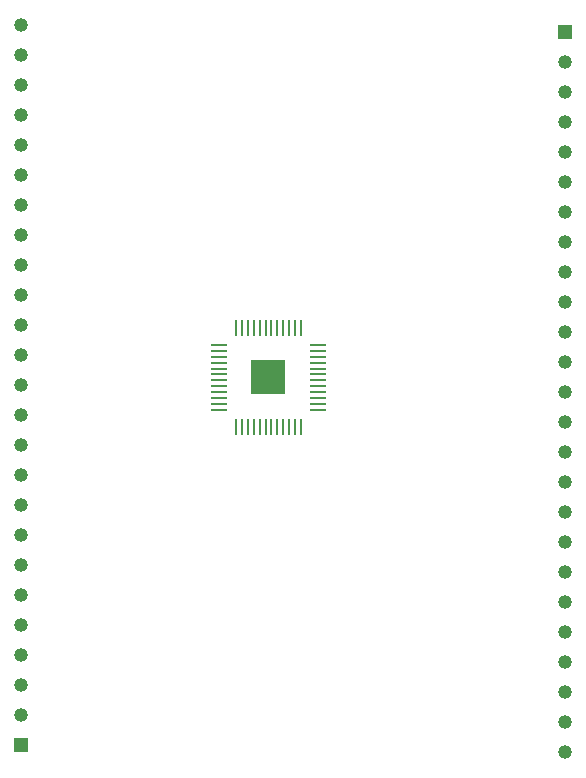
<source format=gbr>
G04*
G04 #@! TF.GenerationSoftware,Altium Limited,Altium Designer,25.4.2 (15)*
G04*
G04 Layer_Color=8388736*
%FSLAX44Y44*%
%MOMM*%
G71*
G04*
G04 #@! TF.SameCoordinates,7CC7F18F-E7B3-4B97-A1FD-F02243D0E875*
G04*
G04*
G04 #@! TF.FilePolarity,Negative*
G04*
G01*
G75*
%ADD14R,1.3556X0.2700*%
%ADD15R,0.2700X1.3556*%
%ADD17R,2.9600X2.9600*%
%ADD18C,1.1882*%
%ADD19R,1.1882X1.1882*%
D14*
X186822Y364050D02*
D03*
Y359050D02*
D03*
Y354050D02*
D03*
Y349050D02*
D03*
Y344050D02*
D03*
Y339050D02*
D03*
Y334050D02*
D03*
Y329050D02*
D03*
Y324050D02*
D03*
Y319050D02*
D03*
Y314050D02*
D03*
Y309050D02*
D03*
X270378D02*
D03*
Y314050D02*
D03*
Y319050D02*
D03*
Y324050D02*
D03*
Y329050D02*
D03*
Y334050D02*
D03*
Y339050D02*
D03*
Y344050D02*
D03*
Y349050D02*
D03*
Y354050D02*
D03*
Y359050D02*
D03*
Y364050D02*
D03*
D15*
X201100Y294772D02*
D03*
X206100D02*
D03*
X211100D02*
D03*
X216100D02*
D03*
X221100D02*
D03*
X226100D02*
D03*
X231100D02*
D03*
X236100D02*
D03*
X241100D02*
D03*
X246100D02*
D03*
X251100D02*
D03*
X256100D02*
D03*
Y378328D02*
D03*
X251100D02*
D03*
X246100D02*
D03*
X241100D02*
D03*
X236100D02*
D03*
X231100D02*
D03*
X226100D02*
D03*
X221100D02*
D03*
X216100D02*
D03*
X211100D02*
D03*
X206100D02*
D03*
X201100D02*
D03*
D17*
X228600Y336550D02*
D03*
D18*
X480060Y19050D02*
D03*
Y44450D02*
D03*
Y69850D02*
D03*
Y95250D02*
D03*
Y120650D02*
D03*
Y146050D02*
D03*
Y171450D02*
D03*
Y196850D02*
D03*
Y222250D02*
D03*
Y247650D02*
D03*
Y273050D02*
D03*
Y298450D02*
D03*
Y323850D02*
D03*
Y349250D02*
D03*
Y374650D02*
D03*
Y400050D02*
D03*
Y425450D02*
D03*
Y450850D02*
D03*
Y476250D02*
D03*
Y501650D02*
D03*
Y527050D02*
D03*
Y552450D02*
D03*
Y577850D02*
D03*
Y603250D02*
D03*
X19050Y635000D02*
D03*
Y609600D02*
D03*
Y584200D02*
D03*
Y558800D02*
D03*
Y533400D02*
D03*
Y508000D02*
D03*
Y482600D02*
D03*
Y457200D02*
D03*
Y431800D02*
D03*
Y406400D02*
D03*
Y381000D02*
D03*
Y355600D02*
D03*
Y330200D02*
D03*
Y304800D02*
D03*
Y279400D02*
D03*
Y254000D02*
D03*
Y228600D02*
D03*
Y203200D02*
D03*
Y177800D02*
D03*
Y152400D02*
D03*
Y127000D02*
D03*
Y101600D02*
D03*
Y76200D02*
D03*
Y50800D02*
D03*
D19*
X480060Y628650D02*
D03*
X19050Y25400D02*
D03*
M02*

</source>
